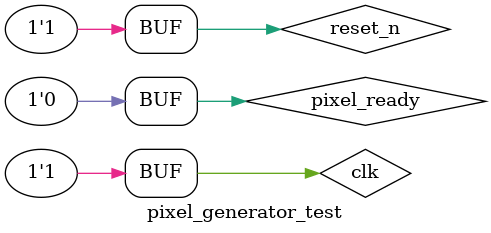
<source format=sv>
`timescale 1ns/100ps

module pixel_generator_test;

reg clk;
reg reset_n;
wire [23:0] pixel_data;
wire pixel_valid;
reg pixel_ready;

pixel_generator u0(
    .in_clk(clk),
    .in_reset_n(reset_n),

    .in_next_frame(1'b0),

    .out_pixel_data(pixel_data),
    .out_pixel_valid(pixel_valid),
    .out_pixel_ready(pixel_ready));

initial begin
       clk = 0; reset_n = 0; pixel_ready = 0;
    #5 clk = 1;
    #5 clk = 0; reset_n = 1; pixel_ready = 0;
    #5 clk = 1;
    #5 clk = 0; reset_n = 1; pixel_ready = 0;
    #5 clk = 1;
    #5 clk = 0; reset_n = 1; pixel_ready = 1;
    #5 clk = 1;
    #5 clk = 0; reset_n = 1; pixel_ready = 0;
    #5 clk = 1;
    #5 clk = 0; reset_n = 1; pixel_ready = 0;
    #5 clk = 1;
    #5 clk = 0; reset_n = 1; pixel_ready = 1;
    #5 clk = 1;
    #5 clk = 0; reset_n = 1; pixel_ready = 1;
    #5 clk = 1;
    #5 clk = 0; reset_n = 1; pixel_ready = 0;
    #5 clk = 1;
    #5 clk = 0; reset_n = 1; pixel_ready = 0;
    #5 clk = 1;
end

endmodule

</source>
